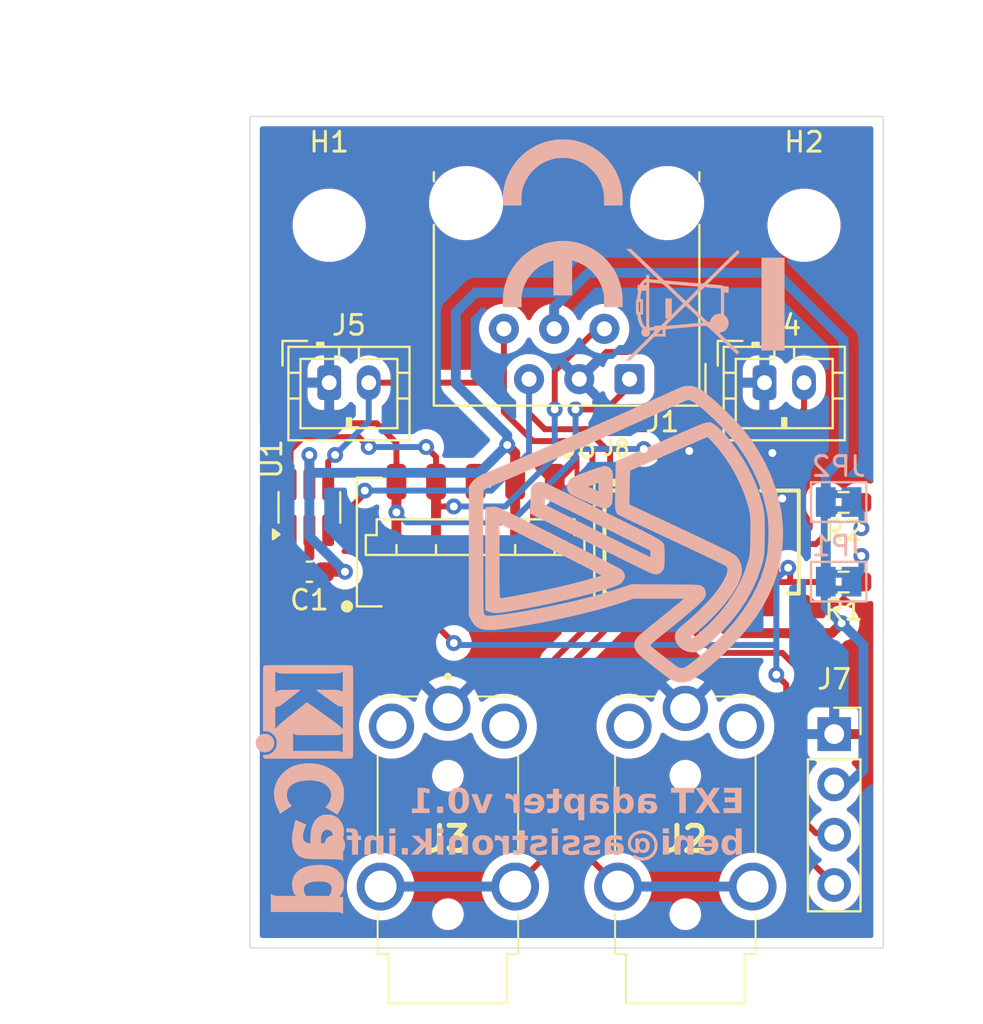
<source format=kicad_pcb>
(kicad_pcb (version 20241229) (generator "pcbnew") (generator_version "9.0")
  (layers (0 "F.Cu" signal) (2 "B.Cu" signal) (13 "F.Paste" user) (15 "B.Paste" user) (5 "F.SilkS" user "F.Silkscreen") (7 "B.SilkS" user "B.Silkscreen") (1 "F.Mask" user) (3 "B.Mask" user) (25 "Edge.Cuts" user))
  (net 0 "")
  (net 1 "GND")
  (net 2 "+3.3VADC")
  (net 3 "/SCL")
  (net 4 "/EXT2")
  (net 5 "/EXT1")
  (net 6 "/SDA")
  (net 13 "Net-(JP1-A)")
  (net 14 "Net-(JP2-A)")
  (footprint "Connector_JST:JST_PH_B2B-PH-K_1x02_P2.00mm_Vertical" (layer "F.Cu") (at 78 67.95)
    (property "Reference" "J5" (at 1 -2.9 0) (layer "F.SilkS"))
    (property "Value" "Conn_01x02_Socket")
    (pad "1" thru_hole roundrect (at 0 0) (size 1.2 1.75) (drill 0.75) (layers "*.Cu" "*.Mask") (roundrect_rratio 0.208333) (net 1 "GND"))
    (pad "2" thru_hole oval (at 2 0) (size 1.2 1.75) (drill 0.75) (layers "*.Cu" "*.Mask") (net 4 "/EXT2"))
  )
  (footprint "fabi:009159005551906" (layer "F.Cu") (at 85.4 76 180)
    (property "Reference" "J6" (at -5.25 4.75 0) (layer "F.SilkS"))
    (property "Value" "009159005551906")
    (pad "1" smd roundrect (at 4 -3.05) (size 1 1.8) (layers "F.Cu" "F.Mask" "F.Paste") (net 3 "/SCL"))
    (pad "1" smd roundrect (at 4 3.05) (size 1 1.8) (layers "F.Cu" "F.Mask" "F.Paste") (net 3 "/SCL"))
    (pad "2" smd roundrect (at 2 -3.05) (size 1 1.8) (layers "F.Cu" "F.Mask" "F.Paste") (net 6 "/SDA"))
    (pad "2" smd roundrect (at 2 3.05) (size 1 1.8) (layers "F.Cu" "F.Mask" "F.Paste") (net 6 "/SDA"))
    (pad "3" smd roundrect (at 0 -3.05) (size 1 1.8) (layers "F.Cu" "F.Mask" "F.Paste"))
    (pad "3" smd roundrect (at 0 3.05) (size 1 1.8) (layers "F.Cu" "F.Mask" "F.Paste"))
    (pad "4" smd roundrect (at -2 -3.05) (size 1 1.8) (layers "F.Cu" "F.Mask" "F.Paste") (net 2 "+3.3VADC"))
    (pad "4" smd roundrect (at -2 3.05) (size 1 1.8) (layers "F.Cu" "F.Mask" "F.Paste") (net 2 "+3.3VADC"))
    (pad "5" smd roundrect (at -4 -3.05) (size 1 1.8) (layers "F.Cu" "F.Mask" "F.Paste") (net 1 "GND"))
    (pad "5" smd roundrect (at -4 3.05) (size 1 1.8) (layers "F.Cu" "F.Mask" "F.Paste") (net 1 "GND"))
  )
  (footprint "Connector_RJ:RJ12_Amphenol_54601-x06_Horizontal" (layer "F.Cu") (at 93.18 67.77 180)
    (property "Reference" "J1" (at -1.66 -2.16 0) (layer "F.SilkS"))
    (property "Value" "54601-906WPLF")
    (pad "" np_thru_hole circle (at -1.9 8.89 180) (size 3.25 3.25) (drill 3.25) (layers "*.Cu" "*.Mask"))
    (pad "" np_thru_hole circle (at 8.26 8.89 180) (size 3.25 3.25) (drill 3.25) (layers "*.Cu" "*.Mask"))
    (pad "1" thru_hole roundrect (at 0 0 180) (size 1.52 1.52) (drill 0.76) (layers "*.Cu" "*.Mask") (roundrect_rratio 0.1644736842) (net 3 "/SCL"))
    (pad "2" thru_hole circle (at 1.27 2.54 180) (size 1.52 1.52) (drill 0.76) (layers "*.Cu" "*.Mask") (net 6 "/SDA"))
    (pad "3" thru_hole circle (at 2.54 0 180) (size 1.52 1.52) (drill 0.76) (layers "*.Cu" "*.Mask") (net 1 "GND"))
    (pad "4" thru_hole circle (at 3.81 2.54 180) (size 1.52 1.52) (drill 0.76) (layers "*.Cu" "*.Mask") (net 2 "+3.3VADC"))
    (pad "5" thru_hole circle (at 5.08 0 180) (size 1.52 1.52) (drill 0.76) (layers "*.Cu" "*.Mask") (net 5 "/EXT1"))
    (pad "6" thru_hole circle (at 6.35 2.54 180) (size 1.52 1.52) (drill 0.76) (layers "*.Cu" "*.Mask") (net 4 "/EXT2"))
  )
  (footprint "Resistor_SMD:R_0603_1608Metric_Pad0.98x0.95mm_HandSolder" (layer "F.Cu") (at 104 74 180)
    (property "Reference" "R2" (at 0 -1.43 0) (layer "F.SilkS"))
    (property "Value" "10k")
    (pad "1" smd roundrect (at -0.9125 0 180) (size 0.975 0.95) (layers "F.Cu" "F.Mask" "F.Paste") (net 14 "Net-(JP2-A)"))
    (pad "2" smd roundrect (at 0.9125 0 180) (size 0.975 0.95) (layers "F.Cu" "F.Mask" "F.Paste") (net 3 "/SCL"))
  )
  (footprint "Connector_JST:JST_PH_B2B-PH-K_1x02_P2.00mm_Vertical" (layer "F.Cu") (at 100 67.95)
    (property "Reference" "J4" (at 1 -2.9 0) (layer "F.SilkS"))
    (property "Value" "Conn_01x02_Socket")
    (pad "1" thru_hole roundrect (at 0 0) (size 1.2 1.75) (drill 0.75) (layers "*.Cu" "*.Mask") (roundrect_rratio 0.208333) (net 1 "GND"))
    (pad "2" thru_hole oval (at 2 0) (size 1.2 1.75) (drill 0.75) (layers "*.Cu" "*.Mask") (net 5 "/EXT1"))
  )
  (footprint "fabi:FC68125" (layer "F.Cu") (at 84 91 180)
    (property "Reference" "J3" (at 0 0 0) (layer "F.SilkS") (effects (font (size 1.27 1.27) (thickness 0.254))))
    (property "Value" "54-00174 / FC68125" (hide yes))
    (pad "" np_thru_hole circle (at 0 -3.8 180) (size 0.001 0.001) (drill 1.1) (layers "*.Cu" "*.Mask"))
    (pad "" np_thru_hole circle (at 0 3.2 180) (size 0.001 0.001) (drill 1.1) (layers "*.Cu" "*.Mask"))
    (pad "1S" thru_hole circle (at 0 6.6 180) (size 2.285 2.285) (drill 1.5232) (layers "*.Cu" "*.Mask") (net 1 "GND"))
    (pad "2R" thru_hole circle (at -2.85 5.7 180) (size 2.285 2.285) (drill 1.5232) (layers "*.Cu" "*.Mask"))
    (pad "3T" thru_hole circle (at -3.4 -2.4 180) (size 2.419 2.419) (drill 1.6125) (layers "*.Cu" "*.Mask") (net 4 "/EXT2"))
    (pad "3T" thru_hole circle (at 3.4 -2.4 180) (size 2.419 2.419) (drill 1.6125) (layers "*.Cu" "*.Mask") (net 4 "/EXT2"))
    (pad "6SR" thru_hole circle (at 2.85 5.7 180) (size 2.285 2.285) (drill 1.5232) (layers "*.Cu" "*.Mask"))
  )
  (footprint "Resistor_SMD:R_0603_1608Metric_Pad0.98x0.95mm_HandSolder" (layer "F.Cu") (at 104 78.02 180)
    (property "Reference" "R1" (at 0 -1.43 0) (layer "F.SilkS"))
    (property "Value" "10k")
    (pad "1" smd roundrect (at -0.9125 0 180) (size 0.975 0.95) (layers "F.Cu" "F.Mask" "F.Paste") (net 13 "Net-(JP1-A)"))
    (pad "2" smd roundrect (at 0.9125 0 180) (size 0.975 0.95) (layers "F.Cu" "F.Mask" "F.Paste") (net 6 "/SDA"))
  )
  (footprint "Package_TO_SOT_SMD:SC-74-6_1.55x2.9mm_P0.95mm" (layer "F.Cu") (at 77 74.25 90)
    (property "Reference" "U1" (at 2.45 -1.9 90) (layer "F.SilkS"))
    (property "Value" "D1213A-04SO-7")
    (pad "1" smd roundrect (at -1.15 -0.95 90) (size 1.6 0.6) (layers "F.Cu" "F.Mask" "F.Paste") (net 3 "/SCL"))
    (pad "2" smd roundrect (at -1.15 0 90) (size 1.6 0.6) (layers "F.Cu" "F.Mask" "F.Paste") (net 1 "GND"))
    (pad "3" smd roundrect (at -1.15 0.95 90) (size 1.6 0.6) (layers "F.Cu" "F.Mask" "F.Paste") (net 5 "/EXT1"))
    (pad "4" smd roundrect (at 1.15 0.95 90) (size 1.6 0.6) (layers "F.Cu" "F.Mask" "F.Paste") (net 4 "/EXT2"))
    (pad "5" smd roundrect (at 1.15 0 90) (size 1.6 0.6) (layers "F.Cu" "F.Mask" "F.Paste") (net 2 "+3.3VADC"))
    (pad "6" smd roundrect (at 1.15 -0.95 90) (size 1.6 0.6) (layers "F.Cu" "F.Mask" "F.Paste") (net 6 "/SDA"))
  )
  (footprint "MountingHole:MountingHole_3.2mm_M3" (layer "F.Cu") (at 78 60)
    (property "Reference" "H1" (at 0 -4.2 0) (layer "F.SilkS"))
    (property "Value" "MountingHole")
    (pad "" np_thru_hole circle (at 0 0) (size 3.2 3.2) (drill 3.2) (layers "*.Cu" "*.Mask"))
  )
  (footprint "Capacitor_SMD:C_0603_1608Metric" (layer "F.Cu") (at 77 77.5 180)
    (property "Reference" "C1" (at 0 -1.43 0) (layer "F.SilkS"))
    (property "Value" "100n")
    (pad "1" smd roundrect (at -0.775 0 180) (size 0.9 0.95) (layers "F.Cu" "F.Mask" "F.Paste") (net 2 "+3.3VADC"))
    (pad "2" smd roundrect (at 0.775 0 180) (size 0.9 0.95) (layers "F.Cu" "F.Mask" "F.Paste") (net 1 "GND"))
  )
  (footprint "MountingHole:MountingHole_3.2mm_M3" (layer "F.Cu") (at 102 60)
    (property "Reference" "H2" (at 0 -4.2 0) (layer "F.SilkS"))
    (property "Value" "MountingHole")
    (pad "" np_thru_hole circle (at 0 0) (size 3.2 3.2) (drill 3.2) (layers "*.Cu" "*.Mask"))
  )
  (footprint "fabi:690367280676" (layer "F.Cu") (at 96.825 76)
    (property "Reference" "J8" (at -4.325 -4.75 0) (layer "F.SilkS") (effects (font (size 0.8 0.8))))
    (property "Value" "690367280676")
    (pad "1" smd rect (at -3.175 -2.25) (size 1.5 3) (layers "F.Cu" "F.Mask" "F.Paste") (net 5 "/EXT1"))
    (pad "2" smd rect (at -1.905 2.25) (size 1.5 3) (layers "F.Cu" "F.Mask" "F.Paste") (net 3 "/SCL"))
    (pad "3" smd rect (at -0.635 -2.25) (size 1.5 3) (layers "F.Cu" "F.Mask" "F.Paste") (net 1 "GND"))
    (pad "4" smd rect (at 0.635 2.25) (size 1.5 3) (layers "F.Cu" "F.Mask" "F.Paste") (net 2 "+3.3VADC"))
    (pad "5" smd rect (at 1.905 -2.25) (size 1.5 3) (layers "F.Cu" "F.Mask" "F.Paste") (net 1 "GND"))
    (pad "6" smd rect (at 3.175 2.25) (size 1.5 3) (layers "F.Cu" "F.Mask" "F.Paste") (net 6 "/SDA"))
  )
  (footprint "fabi:FC68125" (layer "F.Cu") (at 96 91 180)
    (property "Reference" "J2" (at 0 0 0) (layer "F.SilkS") (effects (font (size 1.27 1.27) (thickness 0.254))))
    (property "Value" "54-00174 / FC68125" (hide yes))
    (pad "" np_thru_hole circle (at 0 -3.8 180) (size 0.001 0.001) (drill 1.1) (layers "*.Cu" "*.Mask"))
    (pad "" np_thru_hole circle (at 0 3.2 180) (size 0.001 0.001) (drill 1.1) (layers "*.Cu" "*.Mask"))
    (pad "1S" thru_hole circle (at 0 6.6 180) (size 2.285 2.285) (drill 1.5232) (layers "*.Cu" "*.Mask") (net 1 "GND"))
    (pad "2R" thru_hole circle (at -2.85 5.7 180) (size 2.285 2.285) (drill 1.5232) (layers "*.Cu" "*.Mask"))
    (pad "3T" thru_hole circle (at -3.4 -2.4 180) (size 2.419 2.419) (drill 1.6125) (layers "*.Cu" "*.Mask") (net 5 "/EXT1"))
    (pad "3T" thru_hole circle (at 3.4 -2.4 180) (size 2.419 2.419) (drill 1.6125) (layers "*.Cu" "*.Mask") (net 5 "/EXT1"))
    (pad "6SR" thru_hole circle (at 2.85 5.7 180) (size 2.285 2.285) (drill 1.5232) (layers "*.Cu" "*.Mask"))
  )
  (footprint "Connector_PinSocket_2.54mm:PinSocket_1x04_P2.54mm_Vertical" (layer "F.Cu") (at 103.525 85.7)
    (property "Reference" "J7" (at 0 -2.77 0) (layer "F.SilkS"))
    (property "Value" "Conn_01x04_Socket")
    (pad "1" thru_hole rect (at 0 0) (size 1.7 1.7) (drill 1) (layers "*.Cu" "*.Mask") (net 1 "GND"))
    (pad "2" thru_hole circle (at 0 2.54) (size 1.7 1.7) (drill 1) (layers "*.Cu" "*.Mask") (net 2 "+3.3VADC"))
    (pad "3" thru_hole circle (at 0 5.08) (size 1.7 1.7) (drill 1) (layers "*.Cu" "*.Mask") (net 3 "/SCL"))
    (pad "4" thru_hole circle (at 0 7.62) (size 1.7 1.7) (drill 1) (layers "*.Cu" "*.Mask") (net 6 "/SDA"))
  )
  (footprint "Symbol:WEEE-Logo_5.6x8mm_SilkScreen" (layer "B.Cu") (at 97 64 -90)
    (property "Reference" "LOGO4" (hide yes))
    (property "Value" "Logo_WEEE" (hide yes))
  )
  (footprint "Symbol:CE-Logo_8.5x6mm_SilkScreen" (layer "B.Cu") (at 89.8 59.9 -90)
    (property "Reference" "LOGO3" (hide yes))
    (property "Value" "Logo_CE" (hide yes))
  )
  (footprint "Symbol:KiCad-Logo_5mm_SilkScreen" (layer "B.Cu") (at 77.267938 88.494302 -90)
    (property "Reference" "LOGO2" (hide yes))
    (property "Value" "Logo_KiCAD" (hide yes))
  )
  (footprint "Jumper:SolderJumper-2_P1.3mm_Bridged2Bar_Pad1.0x1.5mm" (layer "B.Cu") (at 103.75 78 180)
    (property "Reference" "JP1" (at 0 1.8 0) (layer "B.SilkS") (effects (justify mirror)))
    (property "Value" "Jumper_2_Bridged")
    (fp_poly (pts (xy -0.25 0.6) (xy 0.25 0.6) (xy 0.25 0.2) (xy -0.25 0.2)) (fill yes) (layer "B.Cu"))
    (fp_poly (pts (xy -0.25 -0.2) (xy 0.25 -0.2) (xy 0.25 -0.6) (xy -0.25 -0.6)) (fill yes) (layer "B.Cu"))
    (pad "1" smd rect (at -0.65 0 180) (size 1 1.5) (layers "B.Cu" "B.Mask") (net 13 "Net-(JP1-A)"))
    (pad "2" smd rect (at 0.65 0 180) (size 1 1.5) (layers "B.Cu" "B.Mask") (net 2 "+3.3VADC"))
  )
  (footprint "Jumper:SolderJumper-2_P1.3mm_Bridged2Bar_Pad1.0x1.5mm" (layer "B.Cu") (at 103.75 73.98 180)
    (property "Reference" "JP2" (at 0 1.8 0) (layer "B.SilkS") (effects (justify mirror)))
    (property "Value" "Jumper_2_Bridged")
    (fp_poly (pts (xy -0.25 0.6) (xy 0.25 0.6) (xy 0.25 0.2) (xy -0.25 0.2)) (fill yes) (layer "B.Cu"))
    (fp_poly (pts (xy -0.25 -0.2) (xy 0.25 -0.2) (xy 0.25 -0.6) (xy -0.25 -0.6)) (fill yes) (layer "B.Cu"))
    (pad "1" smd rect (at -0.65 0 180) (size 1 1.5) (layers "B.Cu" "B.Mask") (net 14 "Net-(JP2-A)"))
    (pad "2" smd rect (at 0.65 0 180) (size 1 1.5) (layers "B.Cu" "B.Mask") (net 2 "+3.3VADC"))
  )
  (footprint "fabi:assistronik_logo" (layer "B.Cu") (at 93 75.6 -90)
    (property "Reference" "LOGO1" (hide yes))
    (property "Value" "Logo_Assistronik" (hide yes))
  )
  (gr_rect (start 74 54.5) (end 106 96.5) (stroke (width 0.05)) (fill no) (layer "Edge.Cuts"))
  (gr_text "EXT adapter v0.1\nbeni@assistronik.info" (at 99 92 0) (layer "B.SilkS") (effects (font (size 1.25 1.25)) (justify left bottom mirror)))
  (segment (start 89.4 72.95) (end 89.4 79.05) (width 0.5) (layer "F.Cu") (net 1))
  (segment (start 92.01 66.4) (end 93.1 66.4) (width 0.3) (layer "F.Cu") (net 1))
  (segment (start 76.225 77.5) (end 77 76.725) (width 0.5) (layer "F.Cu") (net 1))
  (segment (start 77 76.725) (end 77 75.4) (width 0.5) (layer "F.Cu") (net 1))
  (segment (start 90.64 67.77) (end 92.01 66.4) (width 0.3) (layer "F.Cu") (net 1))
  (via (at 96.2 71.4) (size 0.8) (drill 0.4) (layers "F.Cu" "B.Cu") (net 1))
  (via (at 100.9 73.8) (size 0.8) (drill 0.4) (layers "F.Cu" "B.Cu") (net 1))
  (via (at 100.4 71.5) (size 0.8) (drill 0.4) (layers "F.Cu" "B.Cu") (net 1))
  (segment (start 92.3 66.6) (end 92.7 66.2) (width 0.3) (layer "B.Cu") (net 1))
  (segment (start 90.64 67.77) (end 91.81 66.6) (width 0.3) (layer "B.Cu") (net 1))
  (segment (start 91.81 66.6) (end 92.3 66.6) (width 0.3) (layer "B.Cu") (net 1))
  (segment (start 92.7 66.2) (end 93.4 66.2) (width 0.3) (layer "B.Cu") (net 1))
  (segment (start 97.46 79.86) (end 98.2 80.6) (width 0.5) (layer "F.Cu") (net 2))
  (segment (start 97.46 78.25) (end 97.46 79.86) (width 0.5) (layer "F.Cu") (net 2))
  (segment (start 78.8 77.5) (end 77.775 77.5) (width 0.5) (layer "F.Cu") (net 2))
  (segment (start 103.4 80.6) (end 103.9 80.1) (width 0.5) (layer "F.Cu") (net 2))
  (segment (start 87.4 71.5) (end 87 71.1) (width 0.5) (layer "F.Cu") (net 2))
  (segment (start 87.4 72.95) (end 87.4 71.5) (width 0.5) (layer "F.Cu") (net 2))
  (segment (start 87.4 72.95) (end 87.4 79.05) (width 0.5) (layer "F.Cu") (net 2))
  (segment (start 98.2 80.6) (end 103.4 80.6) (width 0.5) (layer "F.Cu") (net 2))
  (segment (start 77 73.1) (end 77 71.6) (width 0.5) (layer "F.Cu") (net 2))
  (via (at 87 71.1) (size 0.8) (drill 0.4) (layers "F.Cu" "B.Cu") (net 2))
  (via (at 77 71.6) (size 0.8) (drill 0.4) (layers "F.Cu" "B.Cu") (net 2))
  (via (at 78.8 77.5) (size 0.8) (drill 0.4) (layers "F.Cu" "B.Cu") (net 2))
  (via (at 103.9 80.1) (size 0.8) (drill 0.4) (layers "F.Cu" "B.Cu") (net 2))
  (segment (start 89.37 64.13) (end 89.37 65.23) (width 0.5) (layer "B.Cu") (net 2))
  (segment (start 85.4 63.4) (end 84.4 64.4) (width 0.5) (layer "B.Cu") (net 2))
  (segment (start 84.4 64.4) (end 84.4 68) (width 0.5) (layer "B.Cu") (net 2))
  (segment (start 77 75.7) (end 78.8 77.5) (width 0.5) (layer "B.Cu") (net 2))
  (segment (start 90.1 63.4) (end 89.37 64.13) (width 0.5) (layer "B.Cu") (net 2))
  (segment (start 77 72.4) (end 77.101 72.501) (width 0.5) (layer "B.Cu") (net 2))
  (segment (start 105 81.2) (end 103.9 80.1) (width 0.5) (layer "B.Cu") (net 2))
  (segment (start 91.1 62.4) (end 90.1 63.4) (width 0.5) (layer "B.Cu") (net 2))
  (segment (start 77 72.4) (end 77 75.7) (width 0.5) (layer "B.Cu") (net 2))
  (segment (start 104.26 88.24) (end 105 87.5) (width 0.5) (layer "B.Cu") (net 2))
  (segment (start 103.525 88.24) (end 104.26 88.24) (width 0.5) (layer "B.Cu") (net 2))
  (segment (start 103.9 80.1) (end 103.1 79.3) (width 0.5) (layer "B.Cu") (net 2))
  (segment (start 87 70.6) (end 87 71.1) (width 0.5) (layer "B.Cu") (net 2))
  (segment (start 103.1 78) (end 103.1 73.98) (width 0.5) (layer "B.Cu") (net 2))
  (segment (start 90.1 63.4) (end 85.4 63.4) (width 0.5) (layer "B.Cu") (net 2))
  (segment (start 77 71.6) (end 77 72.4) (width 0.5) (layer "B.Cu") (net 2))
  (segment (start 103.1 72.6) (end 104 71.7) (width 0.5) (layer "B.Cu") (net 2))
  (segment (start 85.599 72.501) (end 87 71.1) (width 0.5) (layer "B.Cu") (net 2))
  (segment (start 104 71.7) (end 104 65.8) (width 0.5) (layer "B.Cu") (net 2))
  (segment (start 77.101 72.501) (end 85.599 72.501) (width 0.5) (layer "B.Cu") (net 2))
  (segment (start 104 65.8) (end 100.6 62.4) (width 0.5) (layer "B.Cu") (net 2))
  (segment (start 103.1 79.3) (end 103.1 78) (width 0.5) (layer "B.Cu") (net 2))
  (segment (start 105 87.5) (end 105 81.2) (width 0.5) (layer "B.Cu") (net 2))
  (segment (start 103.1 73.98) (end 103.1 72.6) (width 0.5) (layer "B.Cu") (net 2))
  (segment (start 84.4 68) (end 87 70.6) (width 0.5) (layer "B.Cu") (net 2))
  (segment (start 100.6 62.4) (end 91.1 62.4) (width 0.5) (layer "B.Cu") (net 2))
  (segment (start 94.92 78.25) (end 94.92 77.5) (width 0.3) (layer "F.Cu") (net 3))
  (segment (start 80.4 70) (end 81.4 71) (width 0.3) (layer "F.Cu") (net 3))
  (segment (start 101.9 90) (end 101.9 82.6) (width 0.3) (layer "F.Cu") (net 3))
  (segment (start 81.4 71) (end 81.4 72.95) (width 0.3) (layer "F.Cu") (net 3))
  (segment (start 94.252 71.3) (end 93.9 71.3) (width 0.3) (layer "F.Cu") (net 3))
  (segment (start 92 69.3) (end 90.450003 69.3) (width 0.3) (layer "F.Cu") (net 3))
  (segment (start 93.18 68.12) (end 92 69.3) (width 0.3) (layer "F.Cu") (net 3))
  (segment (start 103.0875 75.5875) (end 103.0875 74) (width 0.3) (layer "F.Cu") (net 3))
  (segment (start 75.2 70.5) (end 75.7 70) (width 0.3) (layer "F.Cu") (net 3))
  (segment (start 103.1 75.6) (end 103.0875 75.5875) (width 0.3) (layer "F.Cu") (net 3))
  (segment (start 102.6 76.1) (end 103.1 75.6) (width 0.3) (layer "F.Cu") (net 3))
  (segment (start 94.9 71.948) (end 94.252 71.3) (width 0.3) (layer "F.Cu") (net 3))
  (segment (start 103.445 90.7) (end 102.6 90.7) (width 0.3) (layer "F.Cu") (net 3))
  (segment (start 94.9 74.7) (end 94.9 71.948) (width 0.3) (layer "F.Cu") (net 3))
  (segment (start 101.9 82.6) (end 100.9 81.6) (width 0.3) (layer "F.Cu") (net 3))
  (segment (start 93.18 67.77) (end 93.18 68.12) (width 0.3) (layer "F.Cu") (net 3))
  (segment (start 103.525 90.78) (end 103.445 90.7) (width 0.3) (layer "F.Cu") (net 3))
  (segment (start 94.92 79) (end 94.92 78.25) (width 0.3) (layer "F.Cu") (net 3))
  (segment (start 81.4 74.5) (end 81.4 79.05) (width 0.5) (layer "F.Cu") (net 3))
  (segment (start 81.4 72.95) (end 81.4 74.5) (width 0.5) (layer "F.Cu") (net 3))
  (segment (start 102.6 90.7) (end 101.9 90) (width 0.3) (layer "F.Cu") (net 3))
  (segment (start 94.92 78.25) (end 94.9 78.23) (width 0.3) (layer "F.Cu") (net 3))
  (segment (start 75.7 70) (end 80.4 70) (width 0.3) (layer "F.Cu") (net 3))
  (segment (start 94.9 78.23) (end 94.9 74.7) (width 0.3) (layer "F.Cu") (net 3))
  (segment (start 97.52 81.6) (end 94.92 79) (width 0.3) (layer "F.Cu") (net 3))
  (segment (start 96.32 76.1) (end 102.6 76.1) (width 0.3) (layer "F.Cu") (net 3))
  (segment (start 94.92 77.5) (end 96.32 76.1) (width 0.3) (layer "F.Cu") (net 3))
  (segment (start 100.9 81.6) (end 97.52 81.6) (width 0.3) (layer "F.Cu") (net 3))
  (segment (start 76.05 75.4) (end 75.2 74.55) (width 0.3) (layer "F.Cu") (net 3))
  (segment (start 75.2 74.55) (end 75.2 70.5) (width 0.3) (layer "F.Cu") (net 3))
  (via (at 93.9 71.3) (size 0.8) (drill 0.4) (layers "F.Cu" "B.Cu") (net 3))
  (via (at 81.4 74.5) (size 0.8) (drill 0.4) (layers "F.Cu" "B.Cu") (net 3))
  (via (at 90.450003 69.3) (size 0.8) (drill 0.4) (layers "F.Cu" "B.Cu") (net 3))
  (segment (start 93.9 71.3) (end 90.550003 71.3) (width 0.3) (layer "B.Cu") (net 3))
  (segment (start 90.450003 71.2) (end 90.450003 71.749997) (width 0.3) (layer "B.Cu") (net 3))
  (segment (start 87.198 75.002) (end 81.902 75.002) (width 0.3) (layer "B.Cu") (net 3))
  (segment (start 90.550003 71.3) (end 90.450003 71.2) (width 0.3) (layer "B.Cu") (net 3))
  (segment (start 81.902 75.002) (end 81.4 74.5) (width 0.3) (layer "B.Cu") (net 3))
  (segment (start 90.450003 71.749997) (end 87.198 75.002) (width 0.3) (layer "B.Cu") (net 3))
  (segment (start 90.450003 69.3) (end 90.450003 71.2) (width 0.3) (layer "B.Cu") (net 3))
  (segment (start 86.58 67.95) (end 86.83 67.7) (width 0.3) (layer "F.Cu") (net 4))
  (segment (start 87.4 93.4) (end 89.3 91.5) (width 0.3) (layer "F.Cu") (net 4))
  (segment (start 77.95 71.95) (end 78.3 71.6) (width 0.3) (layer "F.Cu") (net 4))
  (segment (start 90.820768 70.9) (end 88.3 70.9) (width 0.3) (layer "F.Cu") (net 4))
  (segment (start 86.83 69.43) (end 86.83 67.7) (width 0.3) (layer "F.Cu") (net 4))
  (segment (start 88.3 70.9) (end 86.83 69.43) (width 0.3) (layer "F.Cu") (net 4))
  (segment (start 89.3 82) (end 91.3 80) (width 0.3) (layer "F.Cu") (net 4))
  (segment (start 77.95 73.1) (end 77.95 71.95) (width 0.3) (layer "F.Cu") (net 4))
  (segment (start 91.3 80) (end 91.3 71.379232) (width 0.3) (layer "F.Cu") (net 4))
  (segment (start 86.83 67.7) (end 86.83 65.23) (width 0.3) (layer "F.Cu") (net 4))
  (segment (start 89.3 91.5) (end 89.3 82) (width 0.3) (layer "F.Cu") (net 4))
  (segment (start 80 67.95) (end 86.58 67.95) (width 0.3) (layer "F.Cu") (net 4))
  (segment (start 91.3 71.379232) (end 90.820768 70.9) (width 0.3) (layer "F.Cu") (net 4))
  (via (at 78.3 71.6) (size 0.8) (drill 0.4) (layers "F.Cu" "B.Cu") (net 4))
  (segment (start 78.3 71.6) (end 80 69.9) (width 0.3) (layer "B.Cu") (net 4))
  (segment (start 80 69.9) (end 80 67.95) (width 0.3) (layer "B.Cu") (net 4))
  (segment (start 87.4 93.4) (end 80.6 93.4) (width 0.5) (layer "B.Cu") (net 4))
  (segment (start 79.8 73.55) (end 79.1 74.25) (width 0.3) (layer "F.Cu") (net 5))
  (segment (start 88.1 69.5) (end 88.1 67.77) (width 0.3) (layer "F.Cu") (net 5))
  (segment (start 102 69.3) (end 101 70.3) (width 0.3) (layer "F.Cu") (net 5))
  (segment (start 90.2 82.2) (end 92.2 80.2) (width 0.3) (layer "F.Cu") (net 5))
  (segment (start 91 70.3) (end 90.9 70.3) (width 0.3) (layer "F.Cu") (net 5))
  (segment (start 92.2 80.2) (end 92.2 73.5) (width 0.3) (layer "F.Cu") (net 5))
  (segment (start 92.2 71.5) (end 91 70.3) (width 0.3) (layer "F.Cu") (net 5))
  (segment (start 93.65 73.75) (end 92.45 73.75) (width 0.3) (layer "F.Cu") (net 5))
  (segment (start 102 67.95) (end 102 69.3) (width 0.3) (layer "F.Cu") (net 5))
  (segment (start 92.2 73.5) (end 92.2 71.5) (width 0.3) (layer "F.Cu") (net 5))
  (segment (start 101 70.3) (end 90.9 70.3) (width 0.3) (layer "F.Cu") (net 5))
  (segment (start 79.8 73.401) (end 79.8 73.55) (width 0.3) (layer "F.Cu") (net 5))
  (segment (start 88.9 70.3) (end 88.1 69.5) (width 0.3) (layer "F.Cu") (net 5))
  (segment (start 90.9 70.3) (end 88.9 70.3) (width 0.3) (layer "F.Cu") (net 5))
  (segment (start 77.95 75.4) (end 79.1 74.25) (width 0.3) (layer "F.Cu") (net 5))
  (segment (start 92.6 93.4) (end 90.2 91) (width 0.3) (layer "F.Cu") (net 5))
  (segment (start 92.45 73.75) (end 92.2 73.5) (width 0.3) (layer "F.Cu") (net 5))
  (segment (start 90.2 91) (end 90.2 82.2) (width 0.3) (layer "F.Cu") (net 5))
  (via (at 79.8 73.401) (size 0.8) (drill 0.4) (layers "F.Cu" "B.Cu") (net 5))
  (segment (start 87.2 72.4) (end 88.1 71.5) (width 0.3) (layer "B.Cu") (net 5))
  (segment (start 99.4 93.4) (end 92.6 93.4) (width 0.5) (layer "B.Cu") (net 5))
  (segment (start 87.2 72.4) (end 86.199 73.401) (width 0.3) (layer "B.Cu") (net 5))
  (segment (start 88.1 71.5) (end 88.1 67.77) (width 0.3) (layer "B.Cu") (net 5))
  (segment (start 86.199 73.401) (end 79.8 73.401) (width 0.3) (layer "B.Cu") (net 5))
  (segment (start 91.91 65.23) (end 91.538098 65.23) (width 0.3) (layer "F.Cu") (net 6))
  (segment (start 83.4 79.05) (end 83.4 74.4) (width 0.5) (layer "F.Cu") (net 6))
  (segment (start 101.1 90.895) (end 101.1 87.6) (width 0.3) (layer "F.Cu") (net 6))
  (segment (start 84.3 74.201) (end 83.599 74.201) (width 0.3) (layer "F.Cu") (net 6))
  (segment (start 83.4 74.4) (end 83.4 72.95) (width 0.5) (layer "F.Cu") (net 6))
  (segment (start 79.5 70.7) (end 80 71.2) (width 0.3) (layer "F.Cu") (net 6))
  (segment (start 83.599 74.201) (end 83.4 74.4) (width 0.3) (layer "F.Cu") (net 6))
  (segment (start 83.4 72.95) (end 83.4 71.7) (width 0.3) (layer "F.Cu") (net 6))
  (segment (start 76.05 71.35) (end 76.7 70.7) (width 0.3) (layer "F.Cu") (net 6))
  (segment (start 101.2 77.3) (end 101.3 77.4) (width 0.3) (layer "F.Cu") (net 6))
  (segment (start 78.3 70.7) (end 79.5 70.7) (width 0.3) (layer "F.Cu") (net 6))
  (segment (start 83.4 71.7) (end 82.9 71.2) (width 0.3) (layer "F.Cu") (net 6))
  (segment (start 101.3 78.02) (end 100.23 78.02) (width 0.3) (layer "F.Cu") (net 6))
  (segment (start 101.3 77.4) (end 101.3 78.02) (width 0.3) (layer "F.Cu") (net 6))
  (segment (start 76.7 70.7) (end 78.3 70.7) (width 0.3) (layer "F.Cu") (net 6))
  (segment (start 91.538098 65.23) (end 89.4 67.368098) (width 0.3) (layer "F.Cu") (net 6))
  (segment (start 76.05 73.1) (end 76.05 71.35) (width 0.3) (layer "F.Cu") (net 6))
  (segment (start 101.1 87.6) (end 101.1 83.2) (width 0.3) (layer "F.Cu") (net 6))
  (segment (start 89.4 67.368098) (end 89.4 69.3) (width 0.3) (layer "F.Cu") (net 6))
  (segment (start 83.4 80.2) (end 84.3 81.1) (width 0.3) (layer "F.Cu") (net 6))
  (segment (start 103.525 93.32) (end 101.1 90.895) (width 0.3) (layer "F.Cu") (net 6))
  (segment (start 103.0875 78.02) (end 101.3 78.02) (width 0.3) (layer "F.Cu") (net 6))
  (segment (start 100.23 78.02) (end 100 78.25) (width 0.3) (layer "F.Cu") (net 6))
  (segment (start 83.4 79.05) (end 83.4 80.2) (width 0.3) (layer "F.Cu") (net 6))
  (segment (start 101.1 83.2) (end 100.6 82.7) (width 0.3) (layer "F.Cu") (net 6))
  (via (at 101.2 77.3) (size 0.8) (drill 0.4) (layers "F.Cu" "B.Cu") (net 6))
  (via (at 84.3 81.1) (size 0.8) (drill 0.4) (layers "F.Cu" "B.Cu") (net 6))
  (via (at 84.3 74.201) (size 0.8) (drill 0.4) (layers "F.Cu" "B.Cu") (net 6))
  (via (at 82.9 71.2) (size 0.8) (drill 0.4) (layers "F.Cu" "B.Cu") (net 6))
  (via (at 80 71.2) (size 0.8) (drill 0.4) (layers "F.Cu" "B.Cu") (net 6))
  (via (at 100.6 82.7) (size 0.8) (drill 0.4) (layers "F.Cu" "B.Cu") (net 6))
  (via (at 89.4 69.3) (size 0.8) (drill 0.4) (layers "F.Cu" "B.Cu") (net 6))
  (segment (start 100.6 81.2) (end 84.4 81.2) (width 0.3) (layer "B.Cu") (net 6))
  (segment (start 100.6 81.2) (end 100.6 77.9) (width 0.3) (layer "B.Cu") (net 6))
  (segment (start 89.4 69.3) (end 89.4 71.7) (width 0.3) (layer "B.Cu") (net 6))
  (segment (start 100.6 77.9) (end 101.2 77.3) (width 0.3) (layer "B.Cu") (net 6))
  (segment (start 80 71.2) (end 82.9 71.2) (width 0.3) (layer "B.Cu") (net 6))
  (segment (start 86.899 74.201) (end 84.3 74.201) (width 0.3) (layer "B.Cu") (net 6))
  (segment (start 84.4 81.2) (end 84.3 81.1) (width 0.3) (layer "B.Cu") (net 6))
  (segment (start 100.6 82.7) (end 100.6 81.2) (width 0.3) (layer "B.Cu") (net 6))
  (segment (start 87 74.1) (end 86.899 74.201) (width 0.3) (layer "B.Cu") (net 6))
  (segment (start 89.4 71.7) (end 87 74.1) (width 0.3) (layer "B.Cu") (net 6))
  (segment (start 104.9125 76.7125) (end 104.9 76.7) (width 0.3) (layer "F.Cu") (net 13))
  (segment (start 104.9125 78.02) (end 104.9125 76.7125) (width 0.3) (layer "F.Cu") (net 13))
  (via (at 104.9 76.7) (size 0.8) (drill 0.4) (layers "F.Cu" "B.Cu") (net 13))
  (segment (start 104.9 77.5) (end 104.4 78) (width 0.3) (layer "B.Cu") (net 13))
  (segment (start 104.9 76.7) (end 104.9 77.5) (width 0.3) (layer "B.Cu") (net 13))
  (segment (start 104.9125 74) (end 104.9125 75.2875) (width 0.3) (layer "F.Cu") (net 14))
  (segment (start 104.9125 75.2875) (end 104.9 75.3) (width 0.3) (layer "F.Cu") (net 14))
  (via (at 104.9 75.3) (size 0.8) (drill 0.4) (layers "F.Cu" "B.Cu") (net 14))
  (segment (start 104.9 75.3) (end 104.9 74.48) (width 0.3) (layer "B.Cu") (net 14))
  (segment (start 104.9 74.48) (end 104.4 73.98) (width 0.3) (layer "B.Cu") (net 14))
  (zone (net 1) (net_name "GND") (layers "F.Cu" "B.Cu") (connect_pads (clearance 0.5)) (min_thickness 0.25) (fill yes (thermal_gap 0.5) (thermal_bridge_width 0.5))
    (polygon (pts (xy 107.25 53) (xy 72.5 52.75) (xy 72 98) (xy 109.5 98)))
  )
)
</source>
